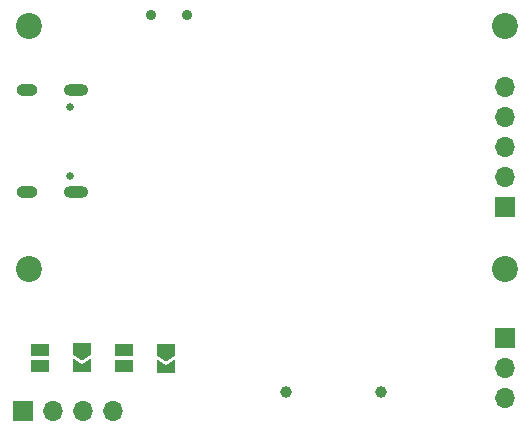
<source format=gbr>
%TF.GenerationSoftware,KiCad,Pcbnew,7.0.8*%
%TF.CreationDate,2024-02-27T14:33:36-06:00*%
%TF.ProjectId,Rickus-CH32V003,5269636b-7573-42d4-9348-333256303033,rev?*%
%TF.SameCoordinates,Original*%
%TF.FileFunction,Soldermask,Bot*%
%TF.FilePolarity,Negative*%
%FSLAX46Y46*%
G04 Gerber Fmt 4.6, Leading zero omitted, Abs format (unit mm)*
G04 Created by KiCad (PCBNEW 7.0.8) date 2024-02-27 14:33:36*
%MOMM*%
%LPD*%
G01*
G04 APERTURE LIST*
G04 Aperture macros list*
%AMFreePoly0*
4,1,6,1.000000,0.000000,0.500000,-0.750000,-0.500000,-0.750000,-0.500000,0.750000,0.500000,0.750000,1.000000,0.000000,1.000000,0.000000,$1*%
%AMFreePoly1*
4,1,6,0.500000,-0.750000,-0.650000,-0.750000,-0.150000,0.000000,-0.650000,0.750000,0.500000,0.750000,0.500000,-0.750000,0.500000,-0.750000,$1*%
G04 Aperture macros list end*
%ADD10R,1.700000X1.700000*%
%ADD11O,1.700000X1.700000*%
%ADD12C,2.200000*%
%ADD13C,1.000000*%
%ADD14C,0.900000*%
%ADD15C,0.650000*%
%ADD16O,2.100000X1.000000*%
%ADD17O,1.800000X1.000000*%
%ADD18FreePoly0,270.000000*%
%ADD19FreePoly1,270.000000*%
%ADD20R,1.500000X1.000000*%
G04 APERTURE END LIST*
D10*
%TO.C,J3*%
X220800000Y-99475000D03*
D11*
X220800000Y-102015000D03*
X220800000Y-104555000D03*
%TD*%
D10*
%TO.C,J2*%
X220850000Y-88330000D03*
D11*
X220850000Y-85790000D03*
X220850000Y-83250000D03*
X220850000Y-80710000D03*
X220850000Y-78170000D03*
%TD*%
D12*
%TO.C,H4*%
X220800000Y-93600000D03*
%TD*%
D10*
%TO.C,J4*%
X180000000Y-105600000D03*
D11*
X182540000Y-105600000D03*
X185080000Y-105600000D03*
X187620000Y-105600000D03*
%TD*%
D13*
%TO.C,J6*%
X202300000Y-104050000D03*
X210300000Y-104050000D03*
%TD*%
D12*
%TO.C,H3*%
X180500000Y-93600000D03*
%TD*%
D14*
%TO.C,SW2*%
X193900000Y-72100000D03*
X190900000Y-72100000D03*
%TD*%
D12*
%TO.C,H1*%
X180500000Y-73000000D03*
%TD*%
D15*
%TO.C,J1*%
X183987500Y-79910000D03*
X183987500Y-85690000D03*
D16*
X184487500Y-78480000D03*
D17*
X180337500Y-78480000D03*
D16*
X184487500Y-87120000D03*
D17*
X180337500Y-87120000D03*
%TD*%
D12*
%TO.C,H2*%
X220800000Y-73000000D03*
%TD*%
D18*
%TO.C,JP1*%
X192100000Y-100425000D03*
D19*
X192100000Y-101875000D03*
%TD*%
D20*
%TO.C,JP4*%
X181450000Y-101800000D03*
X181450000Y-100500000D03*
%TD*%
D18*
%TO.C,JP3*%
X185000000Y-100400000D03*
D19*
X185000000Y-101850000D03*
%TD*%
D20*
%TO.C,JP2*%
X188550000Y-100500000D03*
X188550000Y-101800000D03*
%TD*%
M02*

</source>
